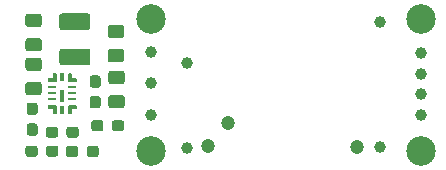
<source format=gbr>
G04 #@! TF.GenerationSoftware,KiCad,Pcbnew,(5.1.9)-1*
G04 #@! TF.CreationDate,2021-08-28T05:16:06+03:00*
G04 #@! TF.ProjectId,BANO3,42414e4f-332e-46b6-9963-61645f706362,0000*
G04 #@! TF.SameCoordinates,Original*
G04 #@! TF.FileFunction,Soldermask,Top*
G04 #@! TF.FilePolarity,Negative*
%FSLAX46Y46*%
G04 Gerber Fmt 4.6, Leading zero omitted, Abs format (unit mm)*
G04 Created by KiCad (PCBNEW (5.1.9)-1) date 2021-08-28 05:16:06*
%MOMM*%
%LPD*%
G01*
G04 APERTURE LIST*
%ADD10C,0.100000*%
%ADD11C,1.000000*%
%ADD12R,0.449999X1.100000*%
%ADD13R,0.349999X0.650001*%
%ADD14C,0.244109*%
%ADD15R,0.650001X0.249999*%
%ADD16C,1.200000*%
%ADD17C,2.500000*%
G04 APERTURE END LIST*
D10*
G36*
X1020006969Y-999230244D02*
G01*
X1020056967Y-999180244D01*
X1020381967Y-999180244D01*
X1020431967Y-999130245D01*
X1020431970Y-998805246D01*
X1020481967Y-998755244D01*
X1020631969Y-998755244D01*
X1020681969Y-998805244D01*
X1020681969Y-999380244D01*
X1020631969Y-999430244D01*
X1020056969Y-999430244D01*
X1020006969Y-999380257D01*
X1020006969Y-999230244D01*
G37*
X1020006969Y-999230244D02*
X1020056967Y-999180244D01*
X1020381967Y-999180244D01*
X1020431967Y-999130245D01*
X1020431970Y-998805246D01*
X1020481967Y-998755244D01*
X1020631969Y-998755244D01*
X1020681969Y-998805244D01*
X1020681969Y-999380244D01*
X1020631969Y-999430244D01*
X1020056969Y-999430244D01*
X1020006969Y-999380257D01*
X1020006969Y-999230244D01*
G36*
X1022407000Y-1001530235D02*
G01*
X1022406998Y-1001680234D01*
X1022357000Y-1001730234D01*
X1022032000Y-1001730234D01*
X1021982000Y-1001780234D01*
X1021982000Y-1002105235D01*
X1021932000Y-1002155235D01*
X1021782000Y-1002155235D01*
X1021732000Y-1002105235D01*
X1021732000Y-1001530235D01*
X1021782000Y-1001480235D01*
X1022357000Y-1001480235D01*
X1022407000Y-1001530225D01*
X1022407000Y-1001530235D01*
G37*
X1022407000Y-1001530235D02*
X1022406998Y-1001680234D01*
X1022357000Y-1001730234D01*
X1022032000Y-1001730234D01*
X1021982000Y-1001780234D01*
X1021982000Y-1002105235D01*
X1021932000Y-1002155235D01*
X1021782000Y-1002155235D01*
X1021732000Y-1002105235D01*
X1021732000Y-1001530235D01*
X1021782000Y-1001480235D01*
X1022357000Y-1001480235D01*
X1022407000Y-1001530225D01*
X1022407000Y-1001530235D01*
G36*
X1020632002Y-1002155232D02*
G01*
X1020482003Y-1002155230D01*
X1020432003Y-1002105232D01*
X1020432003Y-1001780232D01*
X1020382003Y-1001730232D01*
X1020057002Y-1001730232D01*
X1020007002Y-1001680232D01*
X1020007002Y-1001530232D01*
X1020057002Y-1001480232D01*
X1020632002Y-1001480232D01*
X1020682002Y-1001530232D01*
X1020682002Y-1002105232D01*
X1020632013Y-1002155232D01*
X1020632002Y-1002155232D01*
G37*
X1020632002Y-1002155232D02*
X1020482003Y-1002155230D01*
X1020432003Y-1002105232D01*
X1020432003Y-1001780232D01*
X1020382003Y-1001730232D01*
X1020057002Y-1001730232D01*
X1020007002Y-1001680232D01*
X1020007002Y-1001530232D01*
X1020057002Y-1001480232D01*
X1020632002Y-1001480232D01*
X1020682002Y-1001530232D01*
X1020682002Y-1002105232D01*
X1020632013Y-1002155232D01*
X1020632002Y-1002155232D01*
G36*
X1021782000Y-998755168D02*
G01*
X1021931997Y-998755170D01*
X1021982000Y-998805168D01*
X1021982000Y-999130168D01*
X1022032000Y-999180168D01*
X1022356998Y-999180168D01*
X1022407000Y-999230168D01*
X1022406998Y-999380168D01*
X1022357000Y-999430168D01*
X1021782000Y-999430168D01*
X1021732000Y-999380168D01*
X1021731998Y-998805168D01*
X1021781990Y-998755168D01*
X1021782000Y-998755168D01*
G37*
X1021782000Y-998755168D02*
X1021931997Y-998755170D01*
X1021982000Y-998805168D01*
X1021982000Y-999130168D01*
X1022032000Y-999180168D01*
X1022356998Y-999180168D01*
X1022407000Y-999230168D01*
X1022406998Y-999380168D01*
X1022357000Y-999430168D01*
X1021782000Y-999430168D01*
X1021732000Y-999380168D01*
X1021731998Y-998805168D01*
X1021781990Y-998755168D01*
X1021782000Y-998755168D01*
D11*
X1051610800Y-1000556800D03*
G36*
G01*
X1020896400Y-1003519700D02*
X1020896400Y-1003994700D01*
G75*
G02*
X1020658900Y-1004232200I-237500J0D01*
G01*
X1020083900Y-1004232200D01*
G75*
G02*
X1019846400Y-1003994700I0J237500D01*
G01*
X1019846400Y-1003519700D01*
G75*
G02*
X1020083900Y-1003282200I237500J0D01*
G01*
X1020658900Y-1003282200D01*
G75*
G02*
X1020896400Y-1003519700I0J-237500D01*
G01*
G37*
G36*
G01*
X1022646400Y-1003519700D02*
X1022646400Y-1003994700D01*
G75*
G02*
X1022408900Y-1004232200I-237500J0D01*
G01*
X1021833900Y-1004232200D01*
G75*
G02*
X1021596400Y-1003994700I0J237500D01*
G01*
X1021596400Y-1003519700D01*
G75*
G02*
X1021833900Y-1003282200I237500J0D01*
G01*
X1022408900Y-1003282200D01*
G75*
G02*
X1022646400Y-1003519700I0J-237500D01*
G01*
G37*
G36*
G01*
X1026279801Y-999691400D02*
X1025379799Y-999691400D01*
G75*
G02*
X1025129800Y-999441401I0J249999D01*
G01*
X1025129800Y-998791399D01*
G75*
G02*
X1025379799Y-998541400I249999J0D01*
G01*
X1026279801Y-998541400D01*
G75*
G02*
X1026529800Y-998791399I0J-249999D01*
G01*
X1026529800Y-999441401D01*
G75*
G02*
X1026279801Y-999691400I-249999J0D01*
G01*
G37*
G36*
G01*
X1026279801Y-1001741400D02*
X1025379799Y-1001741400D01*
G75*
G02*
X1025129800Y-1001491401I0J249999D01*
G01*
X1025129800Y-1000841399D01*
G75*
G02*
X1025379799Y-1000591400I249999J0D01*
G01*
X1026279801Y-1000591400D01*
G75*
G02*
X1026529800Y-1000841399I0J-249999D01*
G01*
X1026529800Y-1001491401D01*
G75*
G02*
X1026279801Y-1001741400I-249999J0D01*
G01*
G37*
G36*
G01*
X1025328999Y-996697800D02*
X1026229001Y-996697800D01*
G75*
G02*
X1026479000Y-996947799I0J-249999D01*
G01*
X1026479000Y-997597801D01*
G75*
G02*
X1026229001Y-997847800I-249999J0D01*
G01*
X1025328999Y-997847800D01*
G75*
G02*
X1025079000Y-997597801I0J249999D01*
G01*
X1025079000Y-996947799D01*
G75*
G02*
X1025328999Y-996697800I249999J0D01*
G01*
G37*
G36*
G01*
X1025328999Y-994647800D02*
X1026229001Y-994647800D01*
G75*
G02*
X1026479000Y-994897799I0J-249999D01*
G01*
X1026479000Y-995547801D01*
G75*
G02*
X1026229001Y-995797800I-249999J0D01*
G01*
X1025328999Y-995797800D01*
G75*
G02*
X1025079000Y-995547801I0J249999D01*
G01*
X1025079000Y-994897799D01*
G75*
G02*
X1025328999Y-994647800I249999J0D01*
G01*
G37*
G36*
G01*
X1018369399Y-995765400D02*
X1019269401Y-995765400D01*
G75*
G02*
X1019519400Y-996015399I0J-249999D01*
G01*
X1019519400Y-996665401D01*
G75*
G02*
X1019269401Y-996915400I-249999J0D01*
G01*
X1018369399Y-996915400D01*
G75*
G02*
X1018119400Y-996665401I0J249999D01*
G01*
X1018119400Y-996015399D01*
G75*
G02*
X1018369399Y-995765400I249999J0D01*
G01*
G37*
G36*
G01*
X1018369399Y-993715400D02*
X1019269401Y-993715400D01*
G75*
G02*
X1019519400Y-993965399I0J-249999D01*
G01*
X1019519400Y-994615401D01*
G75*
G02*
X1019269401Y-994865400I-249999J0D01*
G01*
X1018369399Y-994865400D01*
G75*
G02*
X1018119400Y-994615401I0J249999D01*
G01*
X1018119400Y-993965399D01*
G75*
G02*
X1018369399Y-993715400I249999J0D01*
G01*
G37*
D12*
X1021207000Y-1000655200D03*
D13*
X1021207000Y-999080199D03*
D14*
X1021900748Y-999261418D03*
D15*
X1022082000Y-999955201D03*
X1022082000Y-1000455200D03*
X1022082000Y-1000955199D03*
D14*
X1021900750Y-1001648985D03*
D13*
X1021207000Y-1001830201D03*
D14*
X1020513252Y-1001648982D03*
D15*
X1020332000Y-1000955199D03*
X1020332000Y-1000455200D03*
X1020332000Y-999955201D03*
D14*
X1020513219Y-999261494D03*
G36*
G01*
X1024263900Y-999992200D02*
X1023788900Y-999992200D01*
G75*
G02*
X1023551400Y-999754700I0J237500D01*
G01*
X1023551400Y-999179700D01*
G75*
G02*
X1023788900Y-998942200I237500J0D01*
G01*
X1024263900Y-998942200D01*
G75*
G02*
X1024501400Y-999179700I0J-237500D01*
G01*
X1024501400Y-999754700D01*
G75*
G02*
X1024263900Y-999992200I-237500J0D01*
G01*
G37*
G36*
G01*
X1024263900Y-1001742200D02*
X1023788900Y-1001742200D01*
G75*
G02*
X1023551400Y-1001504700I0J237500D01*
G01*
X1023551400Y-1000929700D01*
G75*
G02*
X1023788900Y-1000692200I237500J0D01*
G01*
X1024263900Y-1000692200D01*
G75*
G02*
X1024501400Y-1000929700I0J-237500D01*
G01*
X1024501400Y-1001504700D01*
G75*
G02*
X1024263900Y-1001742200I-237500J0D01*
G01*
G37*
G36*
G01*
X1023681800Y-1003435900D02*
X1023681800Y-1002960900D01*
G75*
G02*
X1023919300Y-1002723400I237500J0D01*
G01*
X1024494300Y-1002723400D01*
G75*
G02*
X1024731800Y-1002960900I0J-237500D01*
G01*
X1024731800Y-1003435900D01*
G75*
G02*
X1024494300Y-1003673400I-237500J0D01*
G01*
X1023919300Y-1003673400D01*
G75*
G02*
X1023681800Y-1003435900I0J237500D01*
G01*
G37*
G36*
G01*
X1025431800Y-1003435900D02*
X1025431800Y-1002960900D01*
G75*
G02*
X1025669300Y-1002723400I237500J0D01*
G01*
X1026244300Y-1002723400D01*
G75*
G02*
X1026481800Y-1002960900I0J-237500D01*
G01*
X1026481800Y-1003435900D01*
G75*
G02*
X1026244300Y-1003673400I-237500J0D01*
G01*
X1025669300Y-1003673400D01*
G75*
G02*
X1025431800Y-1003435900I0J237500D01*
G01*
G37*
G36*
G01*
X1018454900Y-1001251000D02*
X1018929900Y-1001251000D01*
G75*
G02*
X1019167400Y-1001488500I0J-237500D01*
G01*
X1019167400Y-1002063500D01*
G75*
G02*
X1018929900Y-1002301000I-237500J0D01*
G01*
X1018454900Y-1002301000D01*
G75*
G02*
X1018217400Y-1002063500I0J237500D01*
G01*
X1018217400Y-1001488500D01*
G75*
G02*
X1018454900Y-1001251000I237500J0D01*
G01*
G37*
G36*
G01*
X1018454900Y-1003001000D02*
X1018929900Y-1003001000D01*
G75*
G02*
X1019167400Y-1003238500I0J-237500D01*
G01*
X1019167400Y-1003813500D01*
G75*
G02*
X1018929900Y-1004051000I-237500J0D01*
G01*
X1018454900Y-1004051000D01*
G75*
G02*
X1018217400Y-1003813500I0J237500D01*
G01*
X1018217400Y-1003238500D01*
G75*
G02*
X1018454900Y-1003001000I237500J0D01*
G01*
G37*
G36*
G01*
X1022595600Y-1005145300D02*
X1022595600Y-1005620300D01*
G75*
G02*
X1022358100Y-1005857800I-237500J0D01*
G01*
X1021783100Y-1005857800D01*
G75*
G02*
X1021545600Y-1005620300I0J237500D01*
G01*
X1021545600Y-1005145300D01*
G75*
G02*
X1021783100Y-1004907800I237500J0D01*
G01*
X1022358100Y-1004907800D01*
G75*
G02*
X1022595600Y-1005145300I0J-237500D01*
G01*
G37*
G36*
G01*
X1024345600Y-1005145300D02*
X1024345600Y-1005620300D01*
G75*
G02*
X1024108100Y-1005857800I-237500J0D01*
G01*
X1023533100Y-1005857800D01*
G75*
G02*
X1023295600Y-1005620300I0J237500D01*
G01*
X1023295600Y-1005145300D01*
G75*
G02*
X1023533100Y-1004907800I237500J0D01*
G01*
X1024108100Y-1004907800D01*
G75*
G02*
X1024345600Y-1005145300I0J-237500D01*
G01*
G37*
G36*
G01*
X1020916600Y-1005119900D02*
X1020916600Y-1005594900D01*
G75*
G02*
X1020679100Y-1005832400I-237500J0D01*
G01*
X1020104100Y-1005832400D01*
G75*
G02*
X1019866600Y-1005594900I0J237500D01*
G01*
X1019866600Y-1005119900D01*
G75*
G02*
X1020104100Y-1004882400I237500J0D01*
G01*
X1020679100Y-1004882400D01*
G75*
G02*
X1020916600Y-1005119900I0J-237500D01*
G01*
G37*
G36*
G01*
X1019166600Y-1005119900D02*
X1019166600Y-1005594900D01*
G75*
G02*
X1018929100Y-1005832400I-237500J0D01*
G01*
X1018354100Y-1005832400D01*
G75*
G02*
X1018116600Y-1005594900I0J237500D01*
G01*
X1018116600Y-1005119900D01*
G75*
G02*
X1018354100Y-1004882400I237500J0D01*
G01*
X1018929100Y-1004882400D01*
G75*
G02*
X1019166600Y-1005119900I0J-237500D01*
G01*
G37*
G36*
G01*
X1023374200Y-998094300D02*
X1021224200Y-998094300D01*
G75*
G02*
X1020974200Y-997844300I0J250000D01*
G01*
X1020974200Y-996919300D01*
G75*
G02*
X1021224200Y-996669300I250000J0D01*
G01*
X1023374200Y-996669300D01*
G75*
G02*
X1023624200Y-996919300I0J-250000D01*
G01*
X1023624200Y-997844300D01*
G75*
G02*
X1023374200Y-998094300I-250000J0D01*
G01*
G37*
G36*
G01*
X1023374200Y-995119300D02*
X1021224200Y-995119300D01*
G75*
G02*
X1020974200Y-994869300I0J250000D01*
G01*
X1020974200Y-993944300D01*
G75*
G02*
X1021224200Y-993694300I250000J0D01*
G01*
X1023374200Y-993694300D01*
G75*
G02*
X1023624200Y-993944300I0J-250000D01*
G01*
X1023624200Y-994869300D01*
G75*
G02*
X1023374200Y-995119300I-250000J0D01*
G01*
G37*
D16*
X1035278600Y-1002969800D03*
X1046175200Y-1005001800D03*
X1033603800Y-1004944400D03*
D11*
X1028750800Y-999617000D03*
X1028750800Y-1002258600D03*
X1028750800Y-997000600D03*
X1048105600Y-994435400D03*
X1031798800Y-997864400D03*
X1051610800Y-997077000D03*
X1051610800Y-1002309200D03*
X1051610800Y-998804200D03*
X1048105600Y-1005027200D03*
X1031798800Y-1005077800D03*
D17*
X1028725400Y-1005332000D03*
X1051610800Y-1005357400D03*
X1028725400Y-994156000D03*
X1051610800Y-994181400D03*
G36*
G01*
X1018369399Y-997432800D02*
X1019269401Y-997432800D01*
G75*
G02*
X1019519400Y-997682799I0J-249999D01*
G01*
X1019519400Y-998332801D01*
G75*
G02*
X1019269401Y-998582800I-249999J0D01*
G01*
X1018369399Y-998582800D01*
G75*
G02*
X1018119400Y-998332801I0J249999D01*
G01*
X1018119400Y-997682799D01*
G75*
G02*
X1018369399Y-997432800I249999J0D01*
G01*
G37*
G36*
G01*
X1018368950Y-999482800D02*
X1019269850Y-999482800D01*
G75*
G02*
X1019519400Y-999732350I0J-249550D01*
G01*
X1019519400Y-1000383250D01*
G75*
G02*
X1019269850Y-1000632800I-249550J0D01*
G01*
X1018368950Y-1000632800D01*
G75*
G02*
X1018119400Y-1000383250I0J249550D01*
G01*
X1018119400Y-999732350D01*
G75*
G02*
X1018368950Y-999482800I249550J0D01*
G01*
G37*
M02*

</source>
